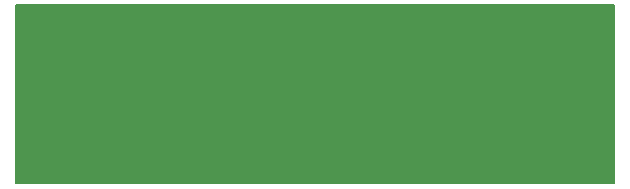
<source format=gbr>
%TF.GenerationSoftware,KiCad,Pcbnew,(6.0.10)*%
%TF.CreationDate,2023-01-20T13:23:36+09:00*%
%TF.ProjectId,PCB_Colour_Pallette,5043425f-436f-46c6-9f75-725f50616c6c,rev?*%
%TF.SameCoordinates,Original*%
%TF.FileFunction,Soldermask,Top*%
%TF.FilePolarity,Negative*%
%FSLAX46Y46*%
G04 Gerber Fmt 4.6, Leading zero omitted, Abs format (unit mm)*
G04 Created by KiCad (PCBNEW (6.0.10)) date 2023-01-20 13:23:36*
%MOMM*%
%LPD*%
G01*
G04 APERTURE LIST*
G04 APERTURE END LIST*
G36*
X83762121Y-40660002D02*
G01*
X83808614Y-40713658D01*
X83820000Y-40766000D01*
X83820000Y-55754000D01*
X83799998Y-55822121D01*
X83746342Y-55868614D01*
X83694000Y-55880000D01*
X33146000Y-55880000D01*
X33077879Y-55859998D01*
X33031386Y-55806342D01*
X33020000Y-55754000D01*
X33020000Y-40766000D01*
X33040002Y-40697879D01*
X33093658Y-40651386D01*
X33146000Y-40640000D01*
X83694000Y-40640000D01*
X83762121Y-40660002D01*
G37*
M02*

</source>
